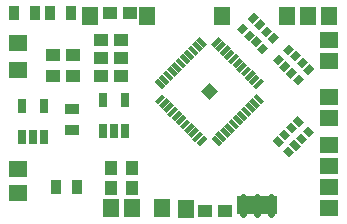
<source format=gts>
G75*
%MOIN*%
%OFA0B0*%
%FSLAX25Y25*%
%IPPOS*%
%LPD*%
%AMOC8*
5,1,8,0,0,1.08239X$1,22.5*
%
%ADD10R,0.04731X0.04337*%
%ADD11R,0.06400X0.05400*%
%ADD12R,0.05400X0.06400*%
%ADD13R,0.03550X0.05124*%
%ADD14R,0.04337X0.04731*%
%ADD15R,0.02369X0.02959*%
%ADD16R,0.02565X0.05124*%
%ADD17C,0.02172*%
%ADD18R,0.13760X0.06040*%
%ADD19R,0.05124X0.03550*%
%ADD20R,0.03937X0.03937*%
%ADD21R,0.03550X0.01581*%
D10*
X0019102Y0052589D03*
X0025795Y0052589D03*
X0025795Y0059589D03*
X0019102Y0059589D03*
X0035102Y0058589D03*
X0041795Y0058589D03*
X0041795Y0064589D03*
X0035102Y0064589D03*
X0038102Y0073589D03*
X0044795Y0073589D03*
X0041795Y0052589D03*
X0035102Y0052589D03*
X0069775Y0007500D03*
X0076468Y0007500D03*
D11*
X0007449Y0013589D03*
X0007449Y0021589D03*
X0007449Y0054589D03*
X0007449Y0063589D03*
X0111121Y0064500D03*
X0111121Y0057500D03*
X0111121Y0045500D03*
X0111121Y0038500D03*
X0111121Y0029500D03*
X0111121Y0022500D03*
X0111121Y0015500D03*
X0111121Y0008500D03*
D12*
X0063227Y0008288D03*
X0055449Y0008589D03*
X0045449Y0008589D03*
X0038449Y0008589D03*
X0031318Y0072766D03*
X0050449Y0072589D03*
X0075308Y0072628D03*
X0097121Y0072500D03*
X0104121Y0072500D03*
X0111121Y0072500D03*
D13*
X0026992Y0015589D03*
X0019906Y0015589D03*
X0017906Y0073589D03*
X0012992Y0073589D03*
X0005906Y0073589D03*
X0024992Y0073589D03*
D14*
X0038449Y0021935D03*
X0038449Y0015242D03*
X0045449Y0015242D03*
X0045449Y0021935D03*
D15*
G36*
X0092158Y0031107D02*
X0093833Y0032782D01*
X0095924Y0030691D01*
X0094249Y0029016D01*
X0092158Y0031107D01*
G37*
G36*
X0094385Y0033334D02*
X0096060Y0035009D01*
X0098151Y0032918D01*
X0096476Y0031243D01*
X0094385Y0033334D01*
G37*
G36*
X0096612Y0035561D02*
X0098287Y0037236D01*
X0100378Y0035145D01*
X0098703Y0033470D01*
X0096612Y0035561D01*
G37*
G36*
X0098839Y0037789D02*
X0100514Y0039464D01*
X0102605Y0037373D01*
X0100930Y0035698D01*
X0098839Y0037789D01*
G37*
G36*
X0102319Y0034309D02*
X0103994Y0035984D01*
X0106085Y0033893D01*
X0104410Y0032218D01*
X0102319Y0034309D01*
G37*
G36*
X0100092Y0032082D02*
X0101767Y0033757D01*
X0103858Y0031666D01*
X0102183Y0029991D01*
X0100092Y0032082D01*
G37*
G36*
X0097865Y0029855D02*
X0099540Y0031530D01*
X0101631Y0029439D01*
X0099956Y0027764D01*
X0097865Y0029855D01*
G37*
G36*
X0095637Y0027627D02*
X0097312Y0029302D01*
X0099403Y0027211D01*
X0097728Y0025536D01*
X0095637Y0027627D01*
G37*
G36*
X0100641Y0049536D02*
X0098966Y0051211D01*
X0101057Y0053302D01*
X0102732Y0051627D01*
X0100641Y0049536D01*
G37*
G36*
X0098414Y0051764D02*
X0096739Y0053439D01*
X0098830Y0055530D01*
X0100505Y0053855D01*
X0098414Y0051764D01*
G37*
G36*
X0096187Y0053991D02*
X0094512Y0055666D01*
X0096603Y0057757D01*
X0098278Y0056082D01*
X0096187Y0053991D01*
G37*
G36*
X0093960Y0056218D02*
X0092285Y0057893D01*
X0094376Y0059984D01*
X0096051Y0058309D01*
X0093960Y0056218D01*
G37*
G36*
X0099667Y0057470D02*
X0097992Y0059145D01*
X0100083Y0061236D01*
X0101758Y0059561D01*
X0099667Y0057470D01*
G37*
G36*
X0101894Y0055243D02*
X0100219Y0056918D01*
X0102310Y0059009D01*
X0103985Y0057334D01*
X0101894Y0055243D01*
G37*
G36*
X0104121Y0053016D02*
X0102446Y0054691D01*
X0104537Y0056782D01*
X0106212Y0055107D01*
X0104121Y0053016D01*
G37*
G36*
X0097439Y0059698D02*
X0095764Y0061373D01*
X0097855Y0063464D01*
X0099530Y0061789D01*
X0097439Y0059698D01*
G37*
G36*
X0092248Y0063397D02*
X0090573Y0065072D01*
X0092664Y0067163D01*
X0094339Y0065488D01*
X0092248Y0063397D01*
G37*
G36*
X0088768Y0059918D02*
X0087093Y0061593D01*
X0089184Y0063684D01*
X0090859Y0062009D01*
X0088768Y0059918D01*
G37*
G36*
X0086541Y0062145D02*
X0084866Y0063820D01*
X0086957Y0065911D01*
X0088632Y0064236D01*
X0086541Y0062145D01*
G37*
G36*
X0084314Y0064372D02*
X0082639Y0066047D01*
X0084730Y0068138D01*
X0086405Y0066463D01*
X0084314Y0064372D01*
G37*
G36*
X0082087Y0066599D02*
X0080412Y0068274D01*
X0082503Y0070365D01*
X0084178Y0068690D01*
X0082087Y0066599D01*
G37*
G36*
X0087794Y0067852D02*
X0086119Y0069527D01*
X0088210Y0071618D01*
X0089885Y0069943D01*
X0087794Y0067852D01*
G37*
G36*
X0090021Y0065625D02*
X0088346Y0067300D01*
X0090437Y0069391D01*
X0092112Y0067716D01*
X0090021Y0065625D01*
G37*
G36*
X0085567Y0070079D02*
X0083892Y0071754D01*
X0085983Y0073845D01*
X0087658Y0072170D01*
X0085567Y0070079D01*
G37*
D16*
X0043189Y0044707D03*
X0035709Y0044707D03*
X0035709Y0034470D03*
X0039449Y0034470D03*
X0043189Y0034470D03*
X0016189Y0032470D03*
X0012449Y0032470D03*
X0008709Y0032470D03*
X0008709Y0042707D03*
X0016189Y0042707D03*
D17*
X0082397Y0012364D02*
X0082397Y0006636D01*
X0087121Y0006636D02*
X0087121Y0012364D01*
X0091846Y0012364D02*
X0091846Y0006636D01*
D18*
X0087131Y0009510D03*
D19*
X0025518Y0034626D03*
X0025518Y0041712D03*
D20*
G36*
X0073904Y0047500D02*
X0071121Y0044717D01*
X0068338Y0047500D01*
X0071121Y0050283D01*
X0073904Y0047500D01*
G37*
D21*
G36*
X0081282Y0041240D02*
X0083791Y0038731D01*
X0082674Y0037614D01*
X0080165Y0040123D01*
X0081282Y0041240D01*
G37*
G36*
X0082674Y0042632D02*
X0085183Y0040123D01*
X0084066Y0039006D01*
X0081557Y0041515D01*
X0082674Y0042632D01*
G37*
G36*
X0084066Y0044024D02*
X0086575Y0041515D01*
X0085458Y0040398D01*
X0082949Y0042907D01*
X0084066Y0044024D01*
G37*
G36*
X0085458Y0045416D02*
X0087967Y0042907D01*
X0086850Y0041790D01*
X0084341Y0044299D01*
X0085458Y0045416D01*
G37*
G36*
X0086850Y0046808D02*
X0089359Y0044299D01*
X0088242Y0043182D01*
X0085733Y0045691D01*
X0086850Y0046808D01*
G37*
G36*
X0089359Y0050701D02*
X0086850Y0048192D01*
X0085733Y0049309D01*
X0088242Y0051818D01*
X0089359Y0050701D01*
G37*
G36*
X0087967Y0052093D02*
X0085458Y0049584D01*
X0084341Y0050701D01*
X0086850Y0053210D01*
X0087967Y0052093D01*
G37*
G36*
X0086575Y0053485D02*
X0084066Y0050976D01*
X0082949Y0052093D01*
X0085458Y0054602D01*
X0086575Y0053485D01*
G37*
G36*
X0085183Y0054877D02*
X0082674Y0052368D01*
X0081557Y0053485D01*
X0084066Y0055994D01*
X0085183Y0054877D01*
G37*
G36*
X0083791Y0056269D02*
X0081282Y0053760D01*
X0080165Y0054877D01*
X0082674Y0057386D01*
X0083791Y0056269D01*
G37*
G36*
X0082399Y0057661D02*
X0079890Y0055152D01*
X0078773Y0056269D01*
X0081282Y0058778D01*
X0082399Y0057661D01*
G37*
G36*
X0077381Y0057661D02*
X0079890Y0060170D01*
X0081007Y0059053D01*
X0078498Y0056544D01*
X0077381Y0057661D01*
G37*
G36*
X0075989Y0059053D02*
X0078498Y0061562D01*
X0079615Y0060445D01*
X0077106Y0057936D01*
X0075989Y0059053D01*
G37*
G36*
X0074598Y0060445D02*
X0077107Y0062954D01*
X0078224Y0061837D01*
X0075715Y0059328D01*
X0074598Y0060445D01*
G37*
G36*
X0073206Y0061837D02*
X0075715Y0064346D01*
X0076832Y0063229D01*
X0074323Y0060720D01*
X0073206Y0061837D01*
G37*
G36*
X0071814Y0063229D02*
X0074323Y0065738D01*
X0075440Y0064621D01*
X0072931Y0062112D01*
X0071814Y0063229D01*
G37*
G36*
X0067920Y0065738D02*
X0070429Y0063229D01*
X0069312Y0062112D01*
X0066803Y0064621D01*
X0067920Y0065738D01*
G37*
G36*
X0066528Y0064346D02*
X0069037Y0061837D01*
X0067920Y0060720D01*
X0065411Y0063229D01*
X0066528Y0064346D01*
G37*
G36*
X0065136Y0062954D02*
X0067645Y0060445D01*
X0066528Y0059328D01*
X0064019Y0061837D01*
X0065136Y0062954D01*
G37*
G36*
X0063744Y0061562D02*
X0066253Y0059053D01*
X0065136Y0057936D01*
X0062627Y0060445D01*
X0063744Y0061562D01*
G37*
G36*
X0062352Y0060170D02*
X0064861Y0057661D01*
X0063744Y0056544D01*
X0061235Y0059053D01*
X0062352Y0060170D01*
G37*
G36*
X0060960Y0058778D02*
X0063469Y0056269D01*
X0062352Y0055152D01*
X0059843Y0057661D01*
X0060960Y0058778D01*
G37*
G36*
X0060960Y0053760D02*
X0058451Y0056269D01*
X0059568Y0057386D01*
X0062077Y0054877D01*
X0060960Y0053760D01*
G37*
G36*
X0059568Y0052368D02*
X0057059Y0054877D01*
X0058176Y0055994D01*
X0060685Y0053485D01*
X0059568Y0052368D01*
G37*
G36*
X0058176Y0050976D02*
X0055667Y0053485D01*
X0056784Y0054602D01*
X0059293Y0052093D01*
X0058176Y0050976D01*
G37*
G36*
X0056784Y0049584D02*
X0054275Y0052093D01*
X0055392Y0053210D01*
X0057901Y0050701D01*
X0056784Y0049584D01*
G37*
G36*
X0055392Y0048192D02*
X0052883Y0050701D01*
X0054000Y0051818D01*
X0056509Y0049309D01*
X0055392Y0048192D01*
G37*
G36*
X0052883Y0044299D02*
X0055392Y0046808D01*
X0056509Y0045691D01*
X0054000Y0043182D01*
X0052883Y0044299D01*
G37*
G36*
X0054275Y0042907D02*
X0056784Y0045416D01*
X0057901Y0044299D01*
X0055392Y0041790D01*
X0054275Y0042907D01*
G37*
G36*
X0055667Y0041515D02*
X0058176Y0044024D01*
X0059293Y0042907D01*
X0056784Y0040398D01*
X0055667Y0041515D01*
G37*
G36*
X0057059Y0040123D02*
X0059568Y0042632D01*
X0060685Y0041515D01*
X0058176Y0039006D01*
X0057059Y0040123D01*
G37*
G36*
X0058451Y0038731D02*
X0060960Y0041240D01*
X0062077Y0040123D01*
X0059568Y0037614D01*
X0058451Y0038731D01*
G37*
G36*
X0059843Y0037339D02*
X0062352Y0039848D01*
X0063469Y0038731D01*
X0060960Y0036222D01*
X0059843Y0037339D01*
G37*
G36*
X0064861Y0037339D02*
X0062352Y0034830D01*
X0061235Y0035947D01*
X0063744Y0038456D01*
X0064861Y0037339D01*
G37*
G36*
X0066253Y0035947D02*
X0063744Y0033438D01*
X0062627Y0034555D01*
X0065136Y0037064D01*
X0066253Y0035947D01*
G37*
G36*
X0067645Y0034555D02*
X0065136Y0032046D01*
X0064019Y0033163D01*
X0066528Y0035672D01*
X0067645Y0034555D01*
G37*
G36*
X0069037Y0033163D02*
X0066528Y0030654D01*
X0065411Y0031771D01*
X0067920Y0034280D01*
X0069037Y0033163D01*
G37*
G36*
X0070429Y0031771D02*
X0067920Y0029262D01*
X0066803Y0030379D01*
X0069312Y0032888D01*
X0070429Y0031771D01*
G37*
G36*
X0074323Y0029262D02*
X0071814Y0031771D01*
X0072931Y0032888D01*
X0075440Y0030379D01*
X0074323Y0029262D01*
G37*
G36*
X0075715Y0030654D02*
X0073206Y0033163D01*
X0074323Y0034280D01*
X0076832Y0031771D01*
X0075715Y0030654D01*
G37*
G36*
X0077107Y0032046D02*
X0074598Y0034555D01*
X0075715Y0035672D01*
X0078224Y0033163D01*
X0077107Y0032046D01*
G37*
G36*
X0078498Y0033438D02*
X0075989Y0035947D01*
X0077106Y0037064D01*
X0079615Y0034555D01*
X0078498Y0033438D01*
G37*
G36*
X0079890Y0034830D02*
X0077381Y0037339D01*
X0078498Y0038456D01*
X0081007Y0035947D01*
X0079890Y0034830D01*
G37*
G36*
X0081282Y0036222D02*
X0078773Y0038731D01*
X0079890Y0039848D01*
X0082399Y0037339D01*
X0081282Y0036222D01*
G37*
M02*

</source>
